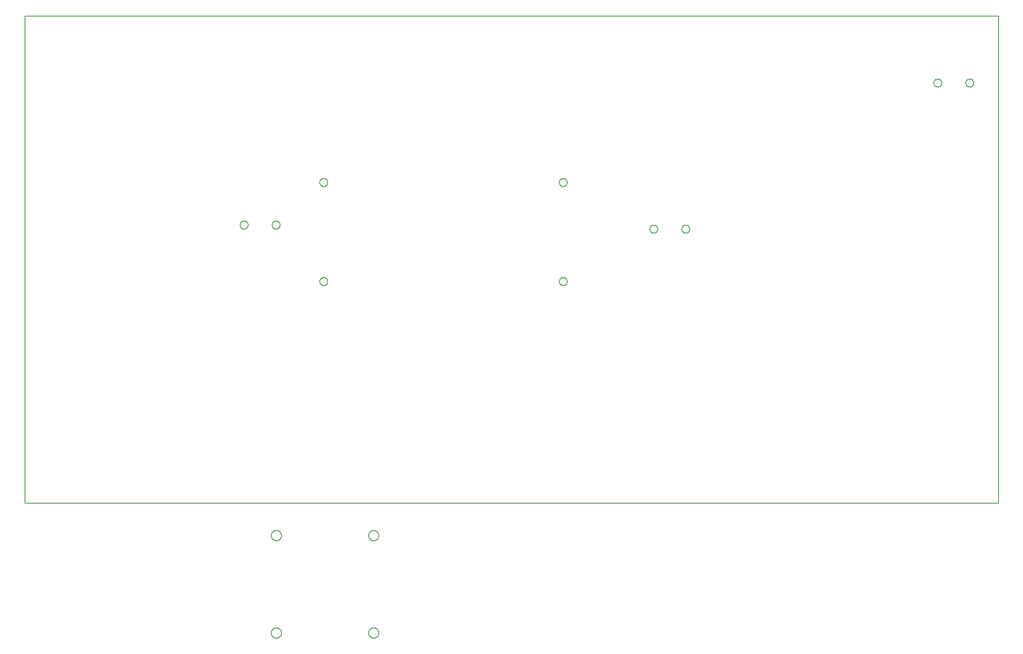
<source format=gbr>
G04 EAGLE Gerber RS-274X export*
G75*
%MOIN*%
%FSLAX34Y34*%
%LPD*%
%IN*%
%IPPOS*%
%AMOC8*
5,1,8,0,0,1.08239X$1,22.5*%
G01*
%ADD10C,0.010000*%


D10*
X0Y0D02*
X120000Y0D01*
X120000Y60000D01*
X0Y60000D01*
X0Y0D01*
X31630Y-16021D02*
X31627Y-16062D01*
X31622Y-16103D01*
X31614Y-16143D01*
X31603Y-16183D01*
X31590Y-16222D01*
X31574Y-16260D01*
X31556Y-16297D01*
X31535Y-16333D01*
X31512Y-16367D01*
X31487Y-16400D01*
X31460Y-16431D01*
X31431Y-16460D01*
X31400Y-16487D01*
X31367Y-16512D01*
X31333Y-16535D01*
X31297Y-16556D01*
X31260Y-16574D01*
X31222Y-16590D01*
X31183Y-16603D01*
X31143Y-16614D01*
X31103Y-16622D01*
X31062Y-16627D01*
X31021Y-16630D01*
X30979Y-16630D01*
X30938Y-16627D01*
X30897Y-16622D01*
X30857Y-16614D01*
X30817Y-16603D01*
X30778Y-16590D01*
X30740Y-16574D01*
X30703Y-16556D01*
X30667Y-16535D01*
X30633Y-16512D01*
X30600Y-16487D01*
X30569Y-16460D01*
X30540Y-16431D01*
X30513Y-16400D01*
X30488Y-16367D01*
X30465Y-16333D01*
X30444Y-16297D01*
X30426Y-16260D01*
X30410Y-16222D01*
X30397Y-16183D01*
X30386Y-16143D01*
X30378Y-16103D01*
X30373Y-16062D01*
X30370Y-16021D01*
X30370Y-15979D01*
X30373Y-15938D01*
X30378Y-15897D01*
X30386Y-15857D01*
X30397Y-15817D01*
X30410Y-15778D01*
X30426Y-15740D01*
X30444Y-15703D01*
X30465Y-15667D01*
X30488Y-15633D01*
X30513Y-15600D01*
X30540Y-15569D01*
X30569Y-15540D01*
X30600Y-15513D01*
X30633Y-15488D01*
X30667Y-15465D01*
X30703Y-15444D01*
X30740Y-15426D01*
X30778Y-15410D01*
X30817Y-15397D01*
X30857Y-15386D01*
X30897Y-15378D01*
X30938Y-15373D01*
X30979Y-15370D01*
X31021Y-15370D01*
X31062Y-15373D01*
X31103Y-15378D01*
X31143Y-15386D01*
X31183Y-15397D01*
X31222Y-15410D01*
X31260Y-15426D01*
X31297Y-15444D01*
X31333Y-15465D01*
X31367Y-15488D01*
X31400Y-15513D01*
X31431Y-15540D01*
X31460Y-15569D01*
X31487Y-15600D01*
X31512Y-15633D01*
X31535Y-15667D01*
X31556Y-15703D01*
X31574Y-15740D01*
X31590Y-15778D01*
X31603Y-15817D01*
X31614Y-15857D01*
X31622Y-15897D01*
X31627Y-15938D01*
X31630Y-15979D01*
X31630Y-16021D01*
X31630Y-4021D02*
X31627Y-4062D01*
X31622Y-4103D01*
X31614Y-4143D01*
X31603Y-4183D01*
X31590Y-4222D01*
X31574Y-4260D01*
X31556Y-4297D01*
X31535Y-4333D01*
X31512Y-4367D01*
X31487Y-4400D01*
X31460Y-4431D01*
X31431Y-4460D01*
X31400Y-4487D01*
X31367Y-4512D01*
X31333Y-4535D01*
X31297Y-4556D01*
X31260Y-4574D01*
X31222Y-4590D01*
X31183Y-4603D01*
X31143Y-4614D01*
X31103Y-4622D01*
X31062Y-4627D01*
X31021Y-4630D01*
X30979Y-4630D01*
X30938Y-4627D01*
X30897Y-4622D01*
X30857Y-4614D01*
X30817Y-4603D01*
X30778Y-4590D01*
X30740Y-4574D01*
X30703Y-4556D01*
X30667Y-4535D01*
X30633Y-4512D01*
X30600Y-4487D01*
X30569Y-4460D01*
X30540Y-4431D01*
X30513Y-4400D01*
X30488Y-4367D01*
X30465Y-4333D01*
X30444Y-4297D01*
X30426Y-4260D01*
X30410Y-4222D01*
X30397Y-4183D01*
X30386Y-4143D01*
X30378Y-4103D01*
X30373Y-4062D01*
X30370Y-4021D01*
X30370Y-3979D01*
X30373Y-3938D01*
X30378Y-3897D01*
X30386Y-3857D01*
X30397Y-3817D01*
X30410Y-3778D01*
X30426Y-3740D01*
X30444Y-3703D01*
X30465Y-3667D01*
X30488Y-3633D01*
X30513Y-3600D01*
X30540Y-3569D01*
X30569Y-3540D01*
X30600Y-3513D01*
X30633Y-3488D01*
X30667Y-3465D01*
X30703Y-3444D01*
X30740Y-3426D01*
X30778Y-3410D01*
X30817Y-3397D01*
X30857Y-3386D01*
X30897Y-3378D01*
X30938Y-3373D01*
X30979Y-3370D01*
X31021Y-3370D01*
X31062Y-3373D01*
X31103Y-3378D01*
X31143Y-3386D01*
X31183Y-3397D01*
X31222Y-3410D01*
X31260Y-3426D01*
X31297Y-3444D01*
X31333Y-3465D01*
X31367Y-3488D01*
X31400Y-3513D01*
X31431Y-3540D01*
X31460Y-3569D01*
X31487Y-3600D01*
X31512Y-3633D01*
X31535Y-3667D01*
X31556Y-3703D01*
X31574Y-3740D01*
X31590Y-3778D01*
X31603Y-3817D01*
X31614Y-3857D01*
X31622Y-3897D01*
X31627Y-3938D01*
X31630Y-3979D01*
X31630Y-4021D01*
X43630Y-4021D02*
X43627Y-4062D01*
X43622Y-4103D01*
X43614Y-4143D01*
X43603Y-4183D01*
X43590Y-4222D01*
X43574Y-4260D01*
X43556Y-4297D01*
X43535Y-4333D01*
X43512Y-4367D01*
X43487Y-4400D01*
X43460Y-4431D01*
X43431Y-4460D01*
X43400Y-4487D01*
X43367Y-4512D01*
X43333Y-4535D01*
X43297Y-4556D01*
X43260Y-4574D01*
X43222Y-4590D01*
X43183Y-4603D01*
X43143Y-4614D01*
X43103Y-4622D01*
X43062Y-4627D01*
X43021Y-4630D01*
X42979Y-4630D01*
X42938Y-4627D01*
X42897Y-4622D01*
X42857Y-4614D01*
X42817Y-4603D01*
X42778Y-4590D01*
X42740Y-4574D01*
X42703Y-4556D01*
X42667Y-4535D01*
X42633Y-4512D01*
X42600Y-4487D01*
X42569Y-4460D01*
X42540Y-4431D01*
X42513Y-4400D01*
X42488Y-4367D01*
X42465Y-4333D01*
X42444Y-4297D01*
X42426Y-4260D01*
X42410Y-4222D01*
X42397Y-4183D01*
X42386Y-4143D01*
X42378Y-4103D01*
X42373Y-4062D01*
X42370Y-4021D01*
X42370Y-3979D01*
X42373Y-3938D01*
X42378Y-3897D01*
X42386Y-3857D01*
X42397Y-3817D01*
X42410Y-3778D01*
X42426Y-3740D01*
X42444Y-3703D01*
X42465Y-3667D01*
X42488Y-3633D01*
X42513Y-3600D01*
X42540Y-3569D01*
X42569Y-3540D01*
X42600Y-3513D01*
X42633Y-3488D01*
X42667Y-3465D01*
X42703Y-3444D01*
X42740Y-3426D01*
X42778Y-3410D01*
X42817Y-3397D01*
X42857Y-3386D01*
X42897Y-3378D01*
X42938Y-3373D01*
X42979Y-3370D01*
X43021Y-3370D01*
X43062Y-3373D01*
X43103Y-3378D01*
X43143Y-3386D01*
X43183Y-3397D01*
X43222Y-3410D01*
X43260Y-3426D01*
X43297Y-3444D01*
X43333Y-3465D01*
X43367Y-3488D01*
X43400Y-3513D01*
X43431Y-3540D01*
X43460Y-3569D01*
X43487Y-3600D01*
X43512Y-3633D01*
X43535Y-3667D01*
X43556Y-3703D01*
X43574Y-3740D01*
X43590Y-3778D01*
X43603Y-3817D01*
X43614Y-3857D01*
X43622Y-3897D01*
X43627Y-3938D01*
X43630Y-3979D01*
X43630Y-4021D01*
X43630Y-16021D02*
X43627Y-16062D01*
X43622Y-16103D01*
X43614Y-16143D01*
X43603Y-16183D01*
X43590Y-16222D01*
X43574Y-16260D01*
X43556Y-16297D01*
X43535Y-16333D01*
X43512Y-16367D01*
X43487Y-16400D01*
X43460Y-16431D01*
X43431Y-16460D01*
X43400Y-16487D01*
X43367Y-16512D01*
X43333Y-16535D01*
X43297Y-16556D01*
X43260Y-16574D01*
X43222Y-16590D01*
X43183Y-16603D01*
X43143Y-16614D01*
X43103Y-16622D01*
X43062Y-16627D01*
X43021Y-16630D01*
X42979Y-16630D01*
X42938Y-16627D01*
X42897Y-16622D01*
X42857Y-16614D01*
X42817Y-16603D01*
X42778Y-16590D01*
X42740Y-16574D01*
X42703Y-16556D01*
X42667Y-16535D01*
X42633Y-16512D01*
X42600Y-16487D01*
X42569Y-16460D01*
X42540Y-16431D01*
X42513Y-16400D01*
X42488Y-16367D01*
X42465Y-16333D01*
X42444Y-16297D01*
X42426Y-16260D01*
X42410Y-16222D01*
X42397Y-16183D01*
X42386Y-16143D01*
X42378Y-16103D01*
X42373Y-16062D01*
X42370Y-16021D01*
X42370Y-15979D01*
X42373Y-15938D01*
X42378Y-15897D01*
X42386Y-15857D01*
X42397Y-15817D01*
X42410Y-15778D01*
X42426Y-15740D01*
X42444Y-15703D01*
X42465Y-15667D01*
X42488Y-15633D01*
X42513Y-15600D01*
X42540Y-15569D01*
X42569Y-15540D01*
X42600Y-15513D01*
X42633Y-15488D01*
X42667Y-15465D01*
X42703Y-15444D01*
X42740Y-15426D01*
X42778Y-15410D01*
X42817Y-15397D01*
X42857Y-15386D01*
X42897Y-15378D01*
X42938Y-15373D01*
X42979Y-15370D01*
X43021Y-15370D01*
X43062Y-15373D01*
X43103Y-15378D01*
X43143Y-15386D01*
X43183Y-15397D01*
X43222Y-15410D01*
X43260Y-15426D01*
X43297Y-15444D01*
X43333Y-15465D01*
X43367Y-15488D01*
X43400Y-15513D01*
X43431Y-15540D01*
X43460Y-15569D01*
X43487Y-15600D01*
X43512Y-15633D01*
X43535Y-15667D01*
X43556Y-15703D01*
X43574Y-15740D01*
X43590Y-15778D01*
X43603Y-15817D01*
X43614Y-15857D01*
X43622Y-15897D01*
X43627Y-15938D01*
X43630Y-15979D01*
X43630Y-16021D01*
X78024Y33737D02*
X78021Y33698D01*
X78015Y33660D01*
X78006Y33622D01*
X77994Y33585D01*
X77979Y33550D01*
X77961Y33515D01*
X77941Y33482D01*
X77918Y33451D01*
X77893Y33422D01*
X77866Y33394D01*
X77836Y33369D01*
X77805Y33346D01*
X77772Y33326D01*
X77738Y33309D01*
X77702Y33294D01*
X77665Y33282D01*
X77628Y33273D01*
X77589Y33267D01*
X77551Y33264D01*
X77512Y33264D01*
X77474Y33267D01*
X77435Y33273D01*
X77398Y33282D01*
X77361Y33294D01*
X77325Y33309D01*
X77291Y33326D01*
X77258Y33346D01*
X77227Y33369D01*
X77197Y33394D01*
X77170Y33422D01*
X77145Y33451D01*
X77122Y33482D01*
X77102Y33515D01*
X77084Y33550D01*
X77069Y33585D01*
X77057Y33622D01*
X77048Y33660D01*
X77042Y33698D01*
X77039Y33737D01*
X77039Y33775D01*
X77042Y33814D01*
X77048Y33852D01*
X77057Y33890D01*
X77069Y33926D01*
X77084Y33962D01*
X77102Y33997D01*
X77122Y34030D01*
X77145Y34061D01*
X77170Y34090D01*
X77197Y34118D01*
X77227Y34143D01*
X77258Y34165D01*
X77291Y34186D01*
X77325Y34203D01*
X77361Y34218D01*
X77398Y34230D01*
X77435Y34239D01*
X77474Y34245D01*
X77512Y34248D01*
X77551Y34248D01*
X77589Y34245D01*
X77628Y34239D01*
X77665Y34230D01*
X77702Y34218D01*
X77738Y34203D01*
X77772Y34186D01*
X77805Y34165D01*
X77836Y34143D01*
X77866Y34118D01*
X77893Y34090D01*
X77918Y34061D01*
X77941Y34030D01*
X77961Y33997D01*
X77979Y33962D01*
X77994Y33926D01*
X78006Y33890D01*
X78015Y33852D01*
X78021Y33814D01*
X78024Y33775D01*
X78024Y33737D01*
X81961Y33737D02*
X81958Y33698D01*
X81952Y33660D01*
X81943Y33622D01*
X81931Y33585D01*
X81916Y33550D01*
X81898Y33515D01*
X81878Y33482D01*
X81855Y33451D01*
X81830Y33422D01*
X81803Y33394D01*
X81773Y33369D01*
X81742Y33346D01*
X81709Y33326D01*
X81675Y33309D01*
X81639Y33294D01*
X81602Y33282D01*
X81565Y33273D01*
X81526Y33267D01*
X81488Y33264D01*
X81449Y33264D01*
X81411Y33267D01*
X81372Y33273D01*
X81335Y33282D01*
X81298Y33294D01*
X81262Y33309D01*
X81228Y33326D01*
X81195Y33346D01*
X81164Y33369D01*
X81134Y33394D01*
X81107Y33422D01*
X81082Y33451D01*
X81059Y33482D01*
X81039Y33515D01*
X81021Y33550D01*
X81006Y33585D01*
X80994Y33622D01*
X80985Y33660D01*
X80979Y33698D01*
X80976Y33737D01*
X80976Y33775D01*
X80979Y33814D01*
X80985Y33852D01*
X80994Y33890D01*
X81006Y33926D01*
X81021Y33962D01*
X81039Y33997D01*
X81059Y34030D01*
X81082Y34061D01*
X81107Y34090D01*
X81134Y34118D01*
X81164Y34143D01*
X81195Y34165D01*
X81228Y34186D01*
X81262Y34203D01*
X81298Y34218D01*
X81335Y34230D01*
X81372Y34239D01*
X81411Y34245D01*
X81449Y34248D01*
X81488Y34248D01*
X81526Y34245D01*
X81565Y34239D01*
X81602Y34230D01*
X81639Y34218D01*
X81675Y34203D01*
X81709Y34186D01*
X81742Y34165D01*
X81773Y34143D01*
X81803Y34118D01*
X81830Y34090D01*
X81855Y34061D01*
X81878Y34030D01*
X81898Y33997D01*
X81916Y33962D01*
X81931Y33926D01*
X81943Y33890D01*
X81952Y33852D01*
X81958Y33814D01*
X81961Y33775D01*
X81961Y33737D01*
X37327Y39481D02*
X37324Y39442D01*
X37318Y39404D01*
X37309Y39366D01*
X37297Y39330D01*
X37282Y39294D01*
X37264Y39259D01*
X37244Y39226D01*
X37221Y39195D01*
X37196Y39166D01*
X37169Y39138D01*
X37140Y39113D01*
X37108Y39090D01*
X37075Y39070D01*
X37041Y39053D01*
X37005Y39038D01*
X36968Y39026D01*
X36931Y39017D01*
X36893Y39011D01*
X36854Y39008D01*
X36815Y39008D01*
X36777Y39011D01*
X36739Y39017D01*
X36701Y39026D01*
X36664Y39038D01*
X36628Y39053D01*
X36594Y39070D01*
X36561Y39090D01*
X36530Y39113D01*
X36500Y39138D01*
X36473Y39166D01*
X36448Y39195D01*
X36425Y39226D01*
X36405Y39259D01*
X36387Y39294D01*
X36373Y39330D01*
X36361Y39366D01*
X36352Y39404D01*
X36346Y39442D01*
X36343Y39481D01*
X36343Y39519D01*
X36346Y39558D01*
X36352Y39596D01*
X36361Y39634D01*
X36373Y39670D01*
X36387Y39706D01*
X36405Y39741D01*
X36425Y39774D01*
X36448Y39805D01*
X36473Y39834D01*
X36500Y39862D01*
X36530Y39887D01*
X36561Y39910D01*
X36594Y39930D01*
X36628Y39947D01*
X36664Y39962D01*
X36701Y39974D01*
X36739Y39983D01*
X36777Y39989D01*
X36815Y39992D01*
X36854Y39992D01*
X36893Y39989D01*
X36931Y39983D01*
X36968Y39974D01*
X37005Y39962D01*
X37041Y39947D01*
X37075Y39930D01*
X37108Y39910D01*
X37140Y39887D01*
X37169Y39862D01*
X37196Y39834D01*
X37221Y39805D01*
X37244Y39774D01*
X37264Y39741D01*
X37282Y39706D01*
X37297Y39670D01*
X37309Y39634D01*
X37318Y39596D01*
X37324Y39558D01*
X37327Y39519D01*
X37327Y39481D01*
X66854Y39481D02*
X66851Y39442D01*
X66845Y39404D01*
X66836Y39366D01*
X66824Y39330D01*
X66809Y39294D01*
X66792Y39259D01*
X66772Y39226D01*
X66749Y39195D01*
X66724Y39166D01*
X66697Y39138D01*
X66667Y39113D01*
X66636Y39090D01*
X66603Y39070D01*
X66568Y39053D01*
X66533Y39038D01*
X66496Y39026D01*
X66458Y39017D01*
X66420Y39011D01*
X66382Y39008D01*
X66343Y39008D01*
X66304Y39011D01*
X66266Y39017D01*
X66229Y39026D01*
X66192Y39038D01*
X66156Y39053D01*
X66122Y39070D01*
X66089Y39090D01*
X66057Y39113D01*
X66028Y39138D01*
X66001Y39166D01*
X65975Y39195D01*
X65953Y39226D01*
X65932Y39259D01*
X65915Y39294D01*
X65900Y39330D01*
X65888Y39366D01*
X65879Y39404D01*
X65873Y39442D01*
X65870Y39481D01*
X65870Y39519D01*
X65873Y39558D01*
X65879Y39596D01*
X65888Y39634D01*
X65900Y39670D01*
X65915Y39706D01*
X65932Y39741D01*
X65953Y39774D01*
X65975Y39805D01*
X66001Y39834D01*
X66028Y39862D01*
X66057Y39887D01*
X66089Y39910D01*
X66122Y39930D01*
X66156Y39947D01*
X66192Y39962D01*
X66229Y39974D01*
X66266Y39983D01*
X66304Y39989D01*
X66343Y39992D01*
X66382Y39992D01*
X66420Y39989D01*
X66458Y39983D01*
X66496Y39974D01*
X66533Y39962D01*
X66568Y39947D01*
X66603Y39930D01*
X66636Y39910D01*
X66667Y39887D01*
X66697Y39862D01*
X66724Y39834D01*
X66749Y39805D01*
X66772Y39774D01*
X66792Y39741D01*
X66809Y39706D01*
X66824Y39670D01*
X66836Y39634D01*
X66845Y39596D01*
X66851Y39558D01*
X66854Y39519D01*
X66854Y39481D01*
X37327Y27276D02*
X37324Y27237D01*
X37318Y27199D01*
X37309Y27162D01*
X37297Y27125D01*
X37282Y27089D01*
X37264Y27055D01*
X37244Y27022D01*
X37221Y26990D01*
X37196Y26961D01*
X37169Y26934D01*
X37140Y26909D01*
X37108Y26886D01*
X37075Y26866D01*
X37041Y26848D01*
X37005Y26833D01*
X36968Y26821D01*
X36931Y26812D01*
X36893Y26806D01*
X36854Y26803D01*
X36815Y26803D01*
X36777Y26806D01*
X36739Y26812D01*
X36701Y26821D01*
X36664Y26833D01*
X36628Y26848D01*
X36594Y26866D01*
X36561Y26886D01*
X36530Y26909D01*
X36500Y26934D01*
X36473Y26961D01*
X36448Y26990D01*
X36425Y27022D01*
X36405Y27055D01*
X36387Y27089D01*
X36373Y27125D01*
X36361Y27162D01*
X36352Y27199D01*
X36346Y27237D01*
X36343Y27276D01*
X36343Y27315D01*
X36346Y27353D01*
X36352Y27391D01*
X36361Y27429D01*
X36373Y27466D01*
X36387Y27501D01*
X36405Y27536D01*
X36425Y27569D01*
X36448Y27600D01*
X36473Y27630D01*
X36500Y27657D01*
X36530Y27682D01*
X36561Y27705D01*
X36594Y27725D01*
X36628Y27743D01*
X36664Y27757D01*
X36701Y27769D01*
X36739Y27778D01*
X36777Y27784D01*
X36815Y27787D01*
X36854Y27787D01*
X36893Y27784D01*
X36931Y27778D01*
X36968Y27769D01*
X37005Y27757D01*
X37041Y27743D01*
X37075Y27725D01*
X37108Y27705D01*
X37140Y27682D01*
X37169Y27657D01*
X37196Y27630D01*
X37221Y27600D01*
X37244Y27569D01*
X37264Y27536D01*
X37282Y27501D01*
X37297Y27466D01*
X37309Y27429D01*
X37318Y27391D01*
X37324Y27353D01*
X37327Y27315D01*
X37327Y27276D01*
X66854Y27276D02*
X66851Y27237D01*
X66845Y27199D01*
X66836Y27162D01*
X66824Y27125D01*
X66809Y27089D01*
X66792Y27055D01*
X66772Y27022D01*
X66749Y26990D01*
X66724Y26961D01*
X66697Y26934D01*
X66667Y26909D01*
X66636Y26886D01*
X66603Y26866D01*
X66568Y26848D01*
X66533Y26833D01*
X66496Y26821D01*
X66458Y26812D01*
X66420Y26806D01*
X66382Y26803D01*
X66343Y26803D01*
X66304Y26806D01*
X66266Y26812D01*
X66229Y26821D01*
X66192Y26833D01*
X66156Y26848D01*
X66122Y26866D01*
X66089Y26886D01*
X66057Y26909D01*
X66028Y26934D01*
X66001Y26961D01*
X65975Y26990D01*
X65953Y27022D01*
X65932Y27055D01*
X65915Y27089D01*
X65900Y27125D01*
X65888Y27162D01*
X65879Y27199D01*
X65873Y27237D01*
X65870Y27276D01*
X65870Y27315D01*
X65873Y27353D01*
X65879Y27391D01*
X65888Y27429D01*
X65900Y27466D01*
X65915Y27501D01*
X65932Y27536D01*
X65953Y27569D01*
X65975Y27600D01*
X66001Y27630D01*
X66028Y27657D01*
X66057Y27682D01*
X66089Y27705D01*
X66122Y27725D01*
X66156Y27743D01*
X66192Y27757D01*
X66229Y27769D01*
X66266Y27778D01*
X66304Y27784D01*
X66343Y27787D01*
X66382Y27787D01*
X66420Y27784D01*
X66458Y27778D01*
X66496Y27769D01*
X66533Y27757D01*
X66568Y27743D01*
X66603Y27725D01*
X66636Y27705D01*
X66667Y27682D01*
X66697Y27657D01*
X66724Y27630D01*
X66749Y27600D01*
X66772Y27569D01*
X66792Y27536D01*
X66809Y27501D01*
X66824Y27466D01*
X66836Y27429D01*
X66845Y27391D01*
X66851Y27353D01*
X66854Y27315D01*
X66854Y27276D01*
X113024Y51737D02*
X113021Y51698D01*
X113015Y51660D01*
X113006Y51622D01*
X112994Y51585D01*
X112979Y51550D01*
X112961Y51515D01*
X112941Y51482D01*
X112918Y51451D01*
X112893Y51422D01*
X112866Y51394D01*
X112836Y51369D01*
X112805Y51346D01*
X112772Y51326D01*
X112738Y51309D01*
X112702Y51294D01*
X112665Y51282D01*
X112628Y51273D01*
X112589Y51267D01*
X112551Y51264D01*
X112512Y51264D01*
X112474Y51267D01*
X112435Y51273D01*
X112398Y51282D01*
X112361Y51294D01*
X112325Y51309D01*
X112291Y51326D01*
X112258Y51346D01*
X112227Y51369D01*
X112197Y51394D01*
X112170Y51422D01*
X112145Y51451D01*
X112122Y51482D01*
X112102Y51515D01*
X112084Y51550D01*
X112069Y51585D01*
X112057Y51622D01*
X112048Y51660D01*
X112042Y51698D01*
X112039Y51737D01*
X112039Y51775D01*
X112042Y51814D01*
X112048Y51852D01*
X112057Y51890D01*
X112069Y51926D01*
X112084Y51962D01*
X112102Y51997D01*
X112122Y52030D01*
X112145Y52061D01*
X112170Y52090D01*
X112197Y52118D01*
X112227Y52143D01*
X112258Y52165D01*
X112291Y52186D01*
X112325Y52203D01*
X112361Y52218D01*
X112398Y52230D01*
X112435Y52239D01*
X112474Y52245D01*
X112512Y52248D01*
X112551Y52248D01*
X112589Y52245D01*
X112628Y52239D01*
X112665Y52230D01*
X112702Y52218D01*
X112738Y52203D01*
X112772Y52186D01*
X112805Y52165D01*
X112836Y52143D01*
X112866Y52118D01*
X112893Y52090D01*
X112918Y52061D01*
X112941Y52030D01*
X112961Y51997D01*
X112979Y51962D01*
X112994Y51926D01*
X113006Y51890D01*
X113015Y51852D01*
X113021Y51814D01*
X113024Y51775D01*
X113024Y51737D01*
X116961Y51737D02*
X116958Y51698D01*
X116952Y51660D01*
X116943Y51622D01*
X116931Y51585D01*
X116916Y51550D01*
X116898Y51515D01*
X116878Y51482D01*
X116855Y51451D01*
X116830Y51422D01*
X116803Y51394D01*
X116773Y51369D01*
X116742Y51346D01*
X116709Y51326D01*
X116675Y51309D01*
X116639Y51294D01*
X116602Y51282D01*
X116565Y51273D01*
X116526Y51267D01*
X116488Y51264D01*
X116449Y51264D01*
X116411Y51267D01*
X116372Y51273D01*
X116335Y51282D01*
X116298Y51294D01*
X116262Y51309D01*
X116228Y51326D01*
X116195Y51346D01*
X116164Y51369D01*
X116134Y51394D01*
X116107Y51422D01*
X116082Y51451D01*
X116059Y51482D01*
X116039Y51515D01*
X116021Y51550D01*
X116006Y51585D01*
X115994Y51622D01*
X115985Y51660D01*
X115979Y51698D01*
X115976Y51737D01*
X115976Y51775D01*
X115979Y51814D01*
X115985Y51852D01*
X115994Y51890D01*
X116006Y51926D01*
X116021Y51962D01*
X116039Y51997D01*
X116059Y52030D01*
X116082Y52061D01*
X116107Y52090D01*
X116134Y52118D01*
X116164Y52143D01*
X116195Y52165D01*
X116228Y52186D01*
X116262Y52203D01*
X116298Y52218D01*
X116335Y52230D01*
X116372Y52239D01*
X116411Y52245D01*
X116449Y52248D01*
X116488Y52248D01*
X116526Y52245D01*
X116565Y52239D01*
X116602Y52230D01*
X116639Y52218D01*
X116675Y52203D01*
X116709Y52186D01*
X116742Y52165D01*
X116773Y52143D01*
X116803Y52118D01*
X116830Y52090D01*
X116855Y52061D01*
X116878Y52030D01*
X116898Y51997D01*
X116916Y51962D01*
X116931Y51926D01*
X116943Y51890D01*
X116952Y51852D01*
X116958Y51814D01*
X116961Y51775D01*
X116961Y51737D01*
X27524Y34237D02*
X27521Y34198D01*
X27515Y34160D01*
X27506Y34122D01*
X27494Y34085D01*
X27479Y34050D01*
X27461Y34015D01*
X27441Y33982D01*
X27418Y33951D01*
X27393Y33922D01*
X27366Y33894D01*
X27336Y33869D01*
X27305Y33846D01*
X27272Y33826D01*
X27238Y33809D01*
X27202Y33794D01*
X27165Y33782D01*
X27128Y33773D01*
X27089Y33767D01*
X27051Y33764D01*
X27012Y33764D01*
X26974Y33767D01*
X26935Y33773D01*
X26898Y33782D01*
X26861Y33794D01*
X26825Y33809D01*
X26791Y33826D01*
X26758Y33846D01*
X26727Y33869D01*
X26697Y33894D01*
X26670Y33922D01*
X26645Y33951D01*
X26622Y33982D01*
X26602Y34015D01*
X26584Y34050D01*
X26569Y34085D01*
X26557Y34122D01*
X26548Y34160D01*
X26542Y34198D01*
X26539Y34237D01*
X26539Y34275D01*
X26542Y34314D01*
X26548Y34352D01*
X26557Y34390D01*
X26569Y34426D01*
X26584Y34462D01*
X26602Y34497D01*
X26622Y34530D01*
X26645Y34561D01*
X26670Y34590D01*
X26697Y34618D01*
X26727Y34643D01*
X26758Y34665D01*
X26791Y34686D01*
X26825Y34703D01*
X26861Y34718D01*
X26898Y34730D01*
X26935Y34739D01*
X26974Y34745D01*
X27012Y34748D01*
X27051Y34748D01*
X27089Y34745D01*
X27128Y34739D01*
X27165Y34730D01*
X27202Y34718D01*
X27238Y34703D01*
X27272Y34686D01*
X27305Y34665D01*
X27336Y34643D01*
X27366Y34618D01*
X27393Y34590D01*
X27418Y34561D01*
X27441Y34530D01*
X27461Y34497D01*
X27479Y34462D01*
X27494Y34426D01*
X27506Y34390D01*
X27515Y34352D01*
X27521Y34314D01*
X27524Y34275D01*
X27524Y34237D01*
X31461Y34237D02*
X31458Y34198D01*
X31452Y34160D01*
X31443Y34122D01*
X31431Y34085D01*
X31416Y34050D01*
X31398Y34015D01*
X31378Y33982D01*
X31355Y33951D01*
X31330Y33922D01*
X31303Y33894D01*
X31273Y33869D01*
X31242Y33846D01*
X31209Y33826D01*
X31175Y33809D01*
X31139Y33794D01*
X31102Y33782D01*
X31065Y33773D01*
X31026Y33767D01*
X30988Y33764D01*
X30949Y33764D01*
X30911Y33767D01*
X30872Y33773D01*
X30835Y33782D01*
X30798Y33794D01*
X30762Y33809D01*
X30728Y33826D01*
X30695Y33846D01*
X30664Y33869D01*
X30634Y33894D01*
X30607Y33922D01*
X30582Y33951D01*
X30559Y33982D01*
X30539Y34015D01*
X30521Y34050D01*
X30506Y34085D01*
X30494Y34122D01*
X30485Y34160D01*
X30479Y34198D01*
X30476Y34237D01*
X30476Y34275D01*
X30479Y34314D01*
X30485Y34352D01*
X30494Y34390D01*
X30506Y34426D01*
X30521Y34462D01*
X30539Y34497D01*
X30559Y34530D01*
X30582Y34561D01*
X30607Y34590D01*
X30634Y34618D01*
X30664Y34643D01*
X30695Y34665D01*
X30728Y34686D01*
X30762Y34703D01*
X30798Y34718D01*
X30835Y34730D01*
X30872Y34739D01*
X30911Y34745D01*
X30949Y34748D01*
X30988Y34748D01*
X31026Y34745D01*
X31065Y34739D01*
X31102Y34730D01*
X31139Y34718D01*
X31175Y34703D01*
X31209Y34686D01*
X31242Y34665D01*
X31273Y34643D01*
X31303Y34618D01*
X31330Y34590D01*
X31355Y34561D01*
X31378Y34530D01*
X31398Y34497D01*
X31416Y34462D01*
X31431Y34426D01*
X31443Y34390D01*
X31452Y34352D01*
X31458Y34314D01*
X31461Y34275D01*
X31461Y34237D01*
M02*

</source>
